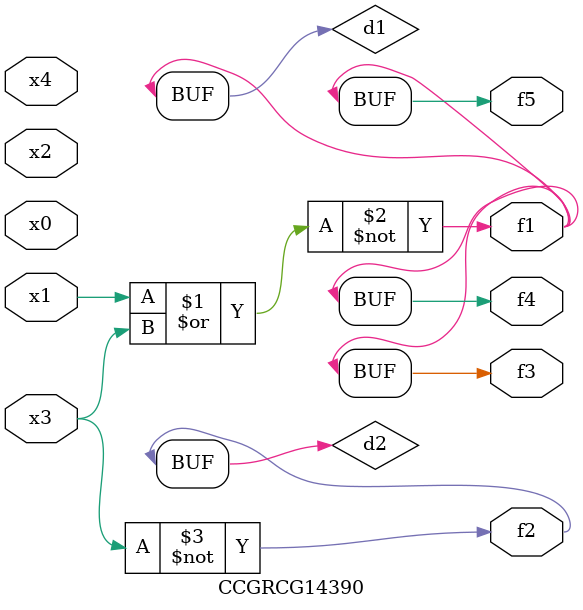
<source format=v>
module CCGRCG14390(
	input x0, x1, x2, x3, x4,
	output f1, f2, f3, f4, f5
);

	wire d1, d2;

	nor (d1, x1, x3);
	not (d2, x3);
	assign f1 = d1;
	assign f2 = d2;
	assign f3 = d1;
	assign f4 = d1;
	assign f5 = d1;
endmodule

</source>
